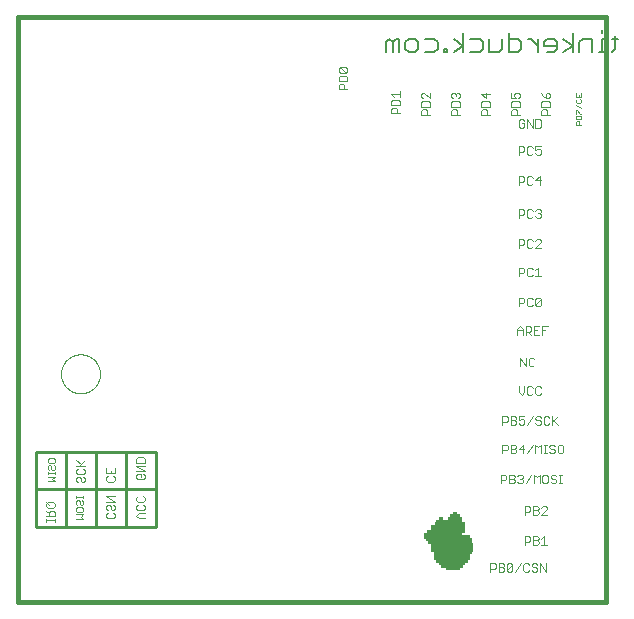
<source format=gbo>
G75*
%MOIN*%
%OFA0B0*%
%FSLAX25Y25*%
%IPPOS*%
%LPD*%
%AMOC8*
5,1,8,0,0,1.08239X$1,22.5*
%
%ADD10C,0.01600*%
%ADD11C,0.00600*%
%ADD12C,0.00200*%
%ADD13C,0.01000*%
%ADD14R,0.04800X0.00100*%
%ADD15R,0.07300X0.00100*%
%ADD16R,0.08900X0.00100*%
%ADD17R,0.10500X0.00100*%
%ADD18R,0.12100X0.00100*%
%ADD19R,0.12900X0.00100*%
%ADD20R,0.13700X0.00100*%
%ADD21R,0.14500X0.00100*%
%ADD22R,0.15300X0.00100*%
%ADD23R,0.11300X0.00100*%
%ADD24R,0.09700X0.00100*%
%ADD25R,0.01600X0.00100*%
%ADD26R,0.03200X0.00100*%
%ADD27C,0.00000*%
D10*
X0063516Y0008338D02*
X0259516Y0008338D01*
X0259516Y0203338D01*
X0063516Y0203338D01*
X0063516Y0008338D01*
D11*
X0186391Y0191638D02*
X0186391Y0194841D01*
X0187459Y0195909D01*
X0188526Y0194841D01*
X0188526Y0191638D01*
X0190662Y0191638D02*
X0190662Y0195909D01*
X0189594Y0195909D01*
X0188526Y0194841D01*
X0192837Y0194841D02*
X0192837Y0192706D01*
X0193904Y0191638D01*
X0196040Y0191638D01*
X0197107Y0192706D01*
X0197107Y0194841D01*
X0196040Y0195909D01*
X0193904Y0195909D01*
X0192837Y0194841D01*
X0199282Y0195909D02*
X0202485Y0195909D01*
X0203553Y0194841D01*
X0203553Y0192706D01*
X0202485Y0191638D01*
X0199282Y0191638D01*
X0205708Y0191638D02*
X0206775Y0191638D01*
X0206775Y0192706D01*
X0205708Y0192706D01*
X0205708Y0191638D01*
X0208944Y0191638D02*
X0212147Y0193773D01*
X0208944Y0195909D01*
X0212147Y0198044D02*
X0212147Y0191638D01*
X0214322Y0191638D02*
X0217525Y0191638D01*
X0218592Y0192706D01*
X0218592Y0194841D01*
X0217525Y0195909D01*
X0214322Y0195909D01*
X0220767Y0195909D02*
X0220767Y0191638D01*
X0223970Y0191638D01*
X0225038Y0192706D01*
X0225038Y0195909D01*
X0227213Y0195909D02*
X0230416Y0195909D01*
X0231483Y0194841D01*
X0231483Y0192706D01*
X0230416Y0191638D01*
X0227213Y0191638D01*
X0227213Y0198044D01*
X0233652Y0195909D02*
X0234719Y0195909D01*
X0236854Y0193773D01*
X0236854Y0191638D02*
X0236854Y0195909D01*
X0239030Y0194841D02*
X0239030Y0193773D01*
X0243300Y0193773D01*
X0243300Y0192706D02*
X0243300Y0194841D01*
X0242232Y0195909D01*
X0240097Y0195909D01*
X0239030Y0194841D01*
X0240097Y0191638D02*
X0242232Y0191638D01*
X0243300Y0192706D01*
X0245468Y0191638D02*
X0248671Y0193773D01*
X0245468Y0195909D01*
X0248671Y0198044D02*
X0248671Y0191638D01*
X0250846Y0191638D02*
X0250846Y0194841D01*
X0251914Y0195909D01*
X0255117Y0195909D01*
X0255117Y0191638D01*
X0257278Y0191638D02*
X0259414Y0191638D01*
X0258346Y0191638D02*
X0258346Y0195909D01*
X0259414Y0195909D01*
X0261575Y0195909D02*
X0263711Y0195909D01*
X0262643Y0196976D02*
X0262643Y0192706D01*
X0261575Y0191638D01*
X0258346Y0198044D02*
X0258346Y0199111D01*
D12*
X0251416Y0177798D02*
X0251416Y0176597D01*
X0249614Y0176597D01*
X0249614Y0177798D01*
X0250515Y0177197D02*
X0250515Y0176597D01*
X0249915Y0175956D02*
X0249614Y0175656D01*
X0249614Y0175055D01*
X0249915Y0174755D01*
X0251116Y0174755D01*
X0251416Y0175055D01*
X0251416Y0175656D01*
X0251116Y0175956D01*
X0249614Y0174115D02*
X0251416Y0172913D01*
X0249915Y0172273D02*
X0251116Y0171072D01*
X0251416Y0171072D01*
X0251116Y0170431D02*
X0251416Y0170131D01*
X0251416Y0169230D01*
X0249614Y0169230D01*
X0249614Y0170131D01*
X0249915Y0170431D01*
X0251116Y0170431D01*
X0249614Y0171072D02*
X0249614Y0172273D01*
X0249915Y0172273D01*
X0249915Y0168590D02*
X0250515Y0168590D01*
X0250815Y0168290D01*
X0250815Y0167389D01*
X0251416Y0167389D02*
X0249614Y0167389D01*
X0249614Y0168290D01*
X0249915Y0168590D01*
X0240916Y0170651D02*
X0238114Y0170651D01*
X0238114Y0172052D01*
X0238581Y0172519D01*
X0239515Y0172519D01*
X0239982Y0172052D01*
X0239982Y0170651D01*
X0238009Y0168774D02*
X0237542Y0169241D01*
X0236141Y0169241D01*
X0236141Y0166438D01*
X0237542Y0166438D01*
X0238009Y0166905D01*
X0238009Y0168774D01*
X0235247Y0169241D02*
X0235247Y0166438D01*
X0233378Y0169241D01*
X0233378Y0166438D01*
X0232484Y0166905D02*
X0232484Y0167839D01*
X0231550Y0167839D01*
X0230616Y0166905D02*
X0231083Y0166438D01*
X0232017Y0166438D01*
X0232484Y0166905D01*
X0230616Y0166905D02*
X0230616Y0168774D01*
X0231083Y0169241D01*
X0232017Y0169241D01*
X0232484Y0168774D01*
X0230916Y0170651D02*
X0228114Y0170651D01*
X0228114Y0172052D01*
X0228581Y0172519D01*
X0229515Y0172519D01*
X0229982Y0172052D01*
X0229982Y0170651D01*
X0230916Y0173413D02*
X0228114Y0173413D01*
X0228114Y0174815D01*
X0228581Y0175282D01*
X0230449Y0175282D01*
X0230916Y0174815D01*
X0230916Y0173413D01*
X0230449Y0176176D02*
X0230916Y0176643D01*
X0230916Y0177577D01*
X0230449Y0178044D01*
X0229515Y0178044D01*
X0229048Y0177577D01*
X0229048Y0177110D01*
X0229515Y0176176D01*
X0228114Y0176176D01*
X0228114Y0178044D01*
X0220916Y0177577D02*
X0218114Y0177577D01*
X0219515Y0176176D01*
X0219515Y0178044D01*
X0220449Y0175282D02*
X0218581Y0175282D01*
X0218114Y0174815D01*
X0218114Y0173413D01*
X0220916Y0173413D01*
X0220916Y0174815D01*
X0220449Y0175282D01*
X0219515Y0172519D02*
X0218581Y0172519D01*
X0218114Y0172052D01*
X0218114Y0170651D01*
X0220916Y0170651D01*
X0219982Y0170651D02*
X0219982Y0172052D01*
X0219515Y0172519D01*
X0210916Y0173413D02*
X0210916Y0174815D01*
X0210449Y0175282D01*
X0208581Y0175282D01*
X0208114Y0174815D01*
X0208114Y0173413D01*
X0210916Y0173413D01*
X0209982Y0172052D02*
X0209515Y0172519D01*
X0208581Y0172519D01*
X0208114Y0172052D01*
X0208114Y0170651D01*
X0210916Y0170651D01*
X0209982Y0170651D02*
X0209982Y0172052D01*
X0210449Y0176176D02*
X0210916Y0176643D01*
X0210916Y0177577D01*
X0210449Y0178044D01*
X0209982Y0178044D01*
X0209515Y0177577D01*
X0209515Y0177110D01*
X0209515Y0177577D02*
X0209048Y0178044D01*
X0208581Y0178044D01*
X0208114Y0177577D01*
X0208114Y0176643D01*
X0208581Y0176176D01*
X0200916Y0176176D02*
X0199048Y0178044D01*
X0198581Y0178044D01*
X0198114Y0177577D01*
X0198114Y0176643D01*
X0198581Y0176176D01*
X0198581Y0175282D02*
X0198114Y0174815D01*
X0198114Y0173413D01*
X0200916Y0173413D01*
X0200916Y0174815D01*
X0200449Y0175282D01*
X0198581Y0175282D01*
X0200916Y0176176D02*
X0200916Y0178044D01*
X0199515Y0172519D02*
X0199982Y0172052D01*
X0199982Y0170651D01*
X0200916Y0170651D02*
X0198114Y0170651D01*
X0198114Y0172052D01*
X0198581Y0172519D01*
X0199515Y0172519D01*
X0190916Y0171151D02*
X0188114Y0171151D01*
X0188114Y0172552D01*
X0188581Y0173019D01*
X0189515Y0173019D01*
X0189982Y0172552D01*
X0189982Y0171151D01*
X0190916Y0173913D02*
X0188114Y0173913D01*
X0188114Y0175315D01*
X0188581Y0175782D01*
X0190449Y0175782D01*
X0190916Y0175315D01*
X0190916Y0173913D01*
X0190916Y0176676D02*
X0190916Y0178544D01*
X0190916Y0177610D02*
X0188114Y0177610D01*
X0189048Y0176676D01*
X0173416Y0179151D02*
X0170614Y0179151D01*
X0170614Y0180552D01*
X0171081Y0181019D01*
X0172015Y0181019D01*
X0172482Y0180552D01*
X0172482Y0179151D01*
X0173416Y0181913D02*
X0170614Y0181913D01*
X0170614Y0183315D01*
X0171081Y0183782D01*
X0172949Y0183782D01*
X0173416Y0183315D01*
X0173416Y0181913D01*
X0172949Y0184676D02*
X0171081Y0186544D01*
X0172949Y0186544D01*
X0173416Y0186077D01*
X0173416Y0185143D01*
X0172949Y0184676D01*
X0171081Y0184676D01*
X0170614Y0185143D01*
X0170614Y0186077D01*
X0171081Y0186544D01*
X0230616Y0160241D02*
X0230616Y0157438D01*
X0230616Y0158372D02*
X0232017Y0158372D01*
X0232484Y0158839D01*
X0232484Y0159774D01*
X0232017Y0160241D01*
X0230616Y0160241D01*
X0233378Y0159774D02*
X0233378Y0157905D01*
X0233845Y0157438D01*
X0234780Y0157438D01*
X0235247Y0157905D01*
X0236141Y0157905D02*
X0236608Y0157438D01*
X0237542Y0157438D01*
X0238009Y0157905D01*
X0238009Y0158839D01*
X0237542Y0159306D01*
X0237075Y0159306D01*
X0236141Y0158839D01*
X0236141Y0160241D01*
X0238009Y0160241D01*
X0235247Y0159774D02*
X0234780Y0160241D01*
X0233845Y0160241D01*
X0233378Y0159774D01*
X0233845Y0150241D02*
X0233378Y0149774D01*
X0233378Y0147905D01*
X0233845Y0147438D01*
X0234780Y0147438D01*
X0235247Y0147905D01*
X0236141Y0148839D02*
X0237542Y0150241D01*
X0237542Y0147438D01*
X0238009Y0148839D02*
X0236141Y0148839D01*
X0235247Y0149774D02*
X0234780Y0150241D01*
X0233845Y0150241D01*
X0232484Y0149774D02*
X0232484Y0148839D01*
X0232017Y0148372D01*
X0230616Y0148372D01*
X0230616Y0147438D02*
X0230616Y0150241D01*
X0232017Y0150241D01*
X0232484Y0149774D01*
X0232017Y0139241D02*
X0232484Y0138774D01*
X0232484Y0137839D01*
X0232017Y0137372D01*
X0230616Y0137372D01*
X0230616Y0136438D02*
X0230616Y0139241D01*
X0232017Y0139241D01*
X0233378Y0138774D02*
X0233378Y0136905D01*
X0233845Y0136438D01*
X0234780Y0136438D01*
X0235247Y0136905D01*
X0236141Y0136905D02*
X0236608Y0136438D01*
X0237542Y0136438D01*
X0238009Y0136905D01*
X0238009Y0137372D01*
X0237542Y0137839D01*
X0237075Y0137839D01*
X0237542Y0137839D02*
X0238009Y0138306D01*
X0238009Y0138774D01*
X0237542Y0139241D01*
X0236608Y0139241D01*
X0236141Y0138774D01*
X0235247Y0138774D02*
X0234780Y0139241D01*
X0233845Y0139241D01*
X0233378Y0138774D01*
X0233845Y0129241D02*
X0233378Y0128774D01*
X0233378Y0126905D01*
X0233845Y0126438D01*
X0234780Y0126438D01*
X0235247Y0126905D01*
X0236141Y0126438D02*
X0238009Y0128306D01*
X0238009Y0128774D01*
X0237542Y0129241D01*
X0236608Y0129241D01*
X0236141Y0128774D01*
X0235247Y0128774D02*
X0234780Y0129241D01*
X0233845Y0129241D01*
X0232484Y0128774D02*
X0232484Y0127839D01*
X0232017Y0127372D01*
X0230616Y0127372D01*
X0230616Y0126438D02*
X0230616Y0129241D01*
X0232017Y0129241D01*
X0232484Y0128774D01*
X0236141Y0126438D02*
X0238009Y0126438D01*
X0237075Y0119741D02*
X0237075Y0116938D01*
X0236141Y0116938D02*
X0238009Y0116938D01*
X0236141Y0118806D02*
X0237075Y0119741D01*
X0235247Y0119274D02*
X0234780Y0119741D01*
X0233845Y0119741D01*
X0233378Y0119274D01*
X0233378Y0117405D01*
X0233845Y0116938D01*
X0234780Y0116938D01*
X0235247Y0117405D01*
X0232484Y0118339D02*
X0232484Y0119274D01*
X0232017Y0119741D01*
X0230616Y0119741D01*
X0230616Y0116938D01*
X0230616Y0117872D02*
X0232017Y0117872D01*
X0232484Y0118339D01*
X0232017Y0109741D02*
X0232484Y0109274D01*
X0232484Y0108339D01*
X0232017Y0107872D01*
X0230616Y0107872D01*
X0230616Y0106938D02*
X0230616Y0109741D01*
X0232017Y0109741D01*
X0233378Y0109274D02*
X0233378Y0107405D01*
X0233845Y0106938D01*
X0234780Y0106938D01*
X0235247Y0107405D01*
X0236141Y0107405D02*
X0236141Y0109274D01*
X0236608Y0109741D01*
X0237542Y0109741D01*
X0238009Y0109274D01*
X0236141Y0107405D01*
X0236608Y0106938D01*
X0237542Y0106938D01*
X0238009Y0107405D01*
X0238009Y0109274D01*
X0235247Y0109274D02*
X0234780Y0109741D01*
X0233845Y0109741D01*
X0233378Y0109274D01*
X0232878Y0100241D02*
X0234280Y0100241D01*
X0234747Y0099774D01*
X0234747Y0098839D01*
X0234280Y0098372D01*
X0232878Y0098372D01*
X0232878Y0097438D02*
X0232878Y0100241D01*
X0231984Y0099306D02*
X0231984Y0097438D01*
X0231984Y0098839D02*
X0230116Y0098839D01*
X0230116Y0099306D02*
X0231050Y0100241D01*
X0231984Y0099306D01*
X0230116Y0099306D02*
X0230116Y0097438D01*
X0233812Y0098372D02*
X0234747Y0097438D01*
X0235641Y0097438D02*
X0235641Y0100241D01*
X0237509Y0100241D01*
X0238403Y0100241D02*
X0238403Y0097438D01*
X0237509Y0097438D02*
X0235641Y0097438D01*
X0235641Y0098839D02*
X0236575Y0098839D01*
X0238403Y0098839D02*
X0239337Y0098839D01*
X0238403Y0100241D02*
X0240271Y0100241D01*
X0235280Y0089741D02*
X0234345Y0089741D01*
X0233878Y0089274D01*
X0233878Y0087405D01*
X0234345Y0086938D01*
X0235280Y0086938D01*
X0235747Y0087405D01*
X0235747Y0089274D02*
X0235280Y0089741D01*
X0232984Y0089741D02*
X0232984Y0086938D01*
X0231116Y0089741D01*
X0231116Y0086938D01*
X0230616Y0080241D02*
X0230616Y0078372D01*
X0231550Y0077438D01*
X0232484Y0078372D01*
X0232484Y0080241D01*
X0233378Y0079774D02*
X0233378Y0077905D01*
X0233845Y0077438D01*
X0234780Y0077438D01*
X0235247Y0077905D01*
X0236141Y0077905D02*
X0236141Y0079774D01*
X0236608Y0080241D01*
X0237542Y0080241D01*
X0238009Y0079774D01*
X0238009Y0077905D02*
X0237542Y0077438D01*
X0236608Y0077438D01*
X0236141Y0077905D01*
X0235247Y0079774D02*
X0234780Y0080241D01*
X0233845Y0080241D01*
X0233378Y0079774D01*
X0232509Y0070241D02*
X0230641Y0070241D01*
X0230641Y0068839D01*
X0231575Y0069306D01*
X0232042Y0069306D01*
X0232509Y0068839D01*
X0232509Y0067905D01*
X0232042Y0067438D01*
X0231108Y0067438D01*
X0230641Y0067905D01*
X0229747Y0067905D02*
X0229280Y0067438D01*
X0227878Y0067438D01*
X0227878Y0070241D01*
X0229280Y0070241D01*
X0229747Y0069774D01*
X0229747Y0069306D01*
X0229280Y0068839D01*
X0227878Y0068839D01*
X0226984Y0068839D02*
X0226984Y0069774D01*
X0226517Y0070241D01*
X0225116Y0070241D01*
X0225116Y0067438D01*
X0225116Y0068372D02*
X0226517Y0068372D01*
X0226984Y0068839D01*
X0229280Y0068839D02*
X0229747Y0068372D01*
X0229747Y0067905D01*
X0233403Y0067438D02*
X0235271Y0070241D01*
X0236165Y0069774D02*
X0236165Y0069306D01*
X0236632Y0068839D01*
X0237567Y0068839D01*
X0238034Y0068372D01*
X0238034Y0067905D01*
X0237567Y0067438D01*
X0236632Y0067438D01*
X0236165Y0067905D01*
X0236165Y0069774D02*
X0236632Y0070241D01*
X0237567Y0070241D01*
X0238034Y0069774D01*
X0238928Y0069774D02*
X0238928Y0067905D01*
X0239395Y0067438D01*
X0240329Y0067438D01*
X0240796Y0067905D01*
X0241690Y0067438D02*
X0241690Y0070241D01*
X0240796Y0069774D02*
X0240329Y0070241D01*
X0239395Y0070241D01*
X0238928Y0069774D01*
X0241690Y0068372D02*
X0243558Y0070241D01*
X0242157Y0068839D02*
X0243558Y0067438D01*
X0243999Y0060741D02*
X0243532Y0060274D01*
X0243532Y0058405D01*
X0243999Y0057938D01*
X0244933Y0057938D01*
X0245400Y0058405D01*
X0245400Y0060274D01*
X0244933Y0060741D01*
X0243999Y0060741D01*
X0242638Y0060274D02*
X0242170Y0060741D01*
X0241236Y0060741D01*
X0240769Y0060274D01*
X0240769Y0059806D01*
X0241236Y0059339D01*
X0242170Y0059339D01*
X0242638Y0058872D01*
X0242638Y0058405D01*
X0242170Y0057938D01*
X0241236Y0057938D01*
X0240769Y0058405D01*
X0239862Y0057938D02*
X0238928Y0057938D01*
X0239395Y0057938D02*
X0239395Y0060741D01*
X0238928Y0060741D02*
X0239862Y0060741D01*
X0238034Y0060741D02*
X0238034Y0057938D01*
X0236165Y0057938D02*
X0236165Y0060741D01*
X0237099Y0059806D01*
X0238034Y0060741D01*
X0235271Y0060741D02*
X0233403Y0057938D01*
X0232042Y0057938D02*
X0232042Y0060741D01*
X0230641Y0059339D01*
X0232509Y0059339D01*
X0229747Y0058872D02*
X0229747Y0058405D01*
X0229280Y0057938D01*
X0227878Y0057938D01*
X0227878Y0060741D01*
X0229280Y0060741D01*
X0229747Y0060274D01*
X0229747Y0059806D01*
X0229280Y0059339D01*
X0227878Y0059339D01*
X0226984Y0059339D02*
X0226984Y0060274D01*
X0226517Y0060741D01*
X0225116Y0060741D01*
X0225116Y0057938D01*
X0225116Y0058872D02*
X0226517Y0058872D01*
X0226984Y0059339D01*
X0229280Y0059339D02*
X0229747Y0058872D01*
X0230608Y0050741D02*
X0231542Y0050741D01*
X0232009Y0050274D01*
X0232009Y0049806D01*
X0231542Y0049339D01*
X0232009Y0048872D01*
X0232009Y0048405D01*
X0231542Y0047938D01*
X0230608Y0047938D01*
X0230141Y0048405D01*
X0229247Y0048405D02*
X0228780Y0047938D01*
X0227378Y0047938D01*
X0227378Y0050741D01*
X0228780Y0050741D01*
X0229247Y0050274D01*
X0229247Y0049806D01*
X0228780Y0049339D01*
X0227378Y0049339D01*
X0226484Y0049339D02*
X0226017Y0048872D01*
X0224616Y0048872D01*
X0224616Y0047938D02*
X0224616Y0050741D01*
X0226017Y0050741D01*
X0226484Y0050274D01*
X0226484Y0049339D01*
X0228780Y0049339D02*
X0229247Y0048872D01*
X0229247Y0048405D01*
X0231075Y0049339D02*
X0231542Y0049339D01*
X0230141Y0050274D02*
X0230608Y0050741D01*
X0232903Y0047938D02*
X0234771Y0050741D01*
X0235665Y0050741D02*
X0235665Y0047938D01*
X0237534Y0047938D02*
X0237534Y0050741D01*
X0236599Y0049806D01*
X0235665Y0050741D01*
X0238428Y0050274D02*
X0238428Y0048405D01*
X0238895Y0047938D01*
X0239829Y0047938D01*
X0240296Y0048405D01*
X0240296Y0050274D01*
X0239829Y0050741D01*
X0238895Y0050741D01*
X0238428Y0050274D01*
X0241190Y0050274D02*
X0241190Y0049806D01*
X0241657Y0049339D01*
X0242591Y0049339D01*
X0243058Y0048872D01*
X0243058Y0048405D01*
X0242591Y0047938D01*
X0241657Y0047938D01*
X0241190Y0048405D01*
X0241190Y0050274D02*
X0241657Y0050741D01*
X0242591Y0050741D01*
X0243058Y0050274D01*
X0243952Y0050741D02*
X0244887Y0050741D01*
X0244419Y0050741D02*
X0244419Y0047938D01*
X0243952Y0047938D02*
X0244887Y0047938D01*
X0239542Y0040241D02*
X0238608Y0040241D01*
X0238141Y0039774D01*
X0237247Y0039774D02*
X0237247Y0039306D01*
X0236780Y0038839D01*
X0235378Y0038839D01*
X0234484Y0038839D02*
X0234484Y0039774D01*
X0234017Y0040241D01*
X0232616Y0040241D01*
X0232616Y0037438D01*
X0232616Y0038372D02*
X0234017Y0038372D01*
X0234484Y0038839D01*
X0235378Y0037438D02*
X0235378Y0040241D01*
X0236780Y0040241D01*
X0237247Y0039774D01*
X0236780Y0038839D02*
X0237247Y0038372D01*
X0237247Y0037905D01*
X0236780Y0037438D01*
X0235378Y0037438D01*
X0238141Y0037438D02*
X0240009Y0039306D01*
X0240009Y0039774D01*
X0239542Y0040241D01*
X0240009Y0037438D02*
X0238141Y0037438D01*
X0239075Y0030241D02*
X0239075Y0027438D01*
X0238141Y0027438D02*
X0240009Y0027438D01*
X0238141Y0029306D02*
X0239075Y0030241D01*
X0237247Y0029774D02*
X0237247Y0029306D01*
X0236780Y0028839D01*
X0235378Y0028839D01*
X0234484Y0028839D02*
X0234017Y0028372D01*
X0232616Y0028372D01*
X0232616Y0027438D02*
X0232616Y0030241D01*
X0234017Y0030241D01*
X0234484Y0029774D01*
X0234484Y0028839D01*
X0235378Y0027438D02*
X0236780Y0027438D01*
X0237247Y0027905D01*
X0237247Y0028372D01*
X0236780Y0028839D01*
X0237247Y0029774D02*
X0236780Y0030241D01*
X0235378Y0030241D01*
X0235378Y0027438D01*
X0235395Y0021241D02*
X0234928Y0020774D01*
X0234928Y0020306D01*
X0235395Y0019839D01*
X0236329Y0019839D01*
X0236796Y0019372D01*
X0236796Y0018905D01*
X0236329Y0018438D01*
X0235395Y0018438D01*
X0234928Y0018905D01*
X0234034Y0018905D02*
X0233567Y0018438D01*
X0232632Y0018438D01*
X0232165Y0018905D01*
X0232165Y0020774D01*
X0232632Y0021241D01*
X0233567Y0021241D01*
X0234034Y0020774D01*
X0235395Y0021241D02*
X0236329Y0021241D01*
X0236796Y0020774D01*
X0237690Y0021241D02*
X0239558Y0018438D01*
X0239558Y0021241D01*
X0237690Y0021241D02*
X0237690Y0018438D01*
X0231271Y0021241D02*
X0229403Y0018438D01*
X0228509Y0018905D02*
X0228042Y0018438D01*
X0227108Y0018438D01*
X0226641Y0018905D01*
X0228509Y0020774D01*
X0228509Y0018905D01*
X0226641Y0018905D02*
X0226641Y0020774D01*
X0227108Y0021241D01*
X0228042Y0021241D01*
X0228509Y0020774D01*
X0225747Y0020774D02*
X0225747Y0020306D01*
X0225280Y0019839D01*
X0223878Y0019839D01*
X0222984Y0019839D02*
X0222517Y0019372D01*
X0221116Y0019372D01*
X0221116Y0018438D02*
X0221116Y0021241D01*
X0222517Y0021241D01*
X0222984Y0020774D01*
X0222984Y0019839D01*
X0223878Y0018438D02*
X0225280Y0018438D01*
X0225747Y0018905D01*
X0225747Y0019372D01*
X0225280Y0019839D01*
X0225747Y0020774D02*
X0225280Y0021241D01*
X0223878Y0021241D01*
X0223878Y0018438D01*
X0105918Y0036151D02*
X0104050Y0036151D01*
X0103116Y0037085D01*
X0104050Y0038019D01*
X0105918Y0038019D01*
X0105451Y0038913D02*
X0103583Y0038913D01*
X0103116Y0039381D01*
X0103116Y0040315D01*
X0103583Y0040782D01*
X0103583Y0041676D02*
X0103116Y0042143D01*
X0103116Y0043077D01*
X0103583Y0043544D01*
X0103583Y0041676D02*
X0105451Y0041676D01*
X0105918Y0042143D01*
X0105918Y0043077D01*
X0105451Y0043544D01*
X0105451Y0040782D02*
X0105918Y0040315D01*
X0105918Y0039381D01*
X0105451Y0038913D01*
X0095918Y0039381D02*
X0095451Y0038913D01*
X0094984Y0038913D01*
X0094517Y0039381D01*
X0094517Y0040315D01*
X0094050Y0040782D01*
X0093583Y0040782D01*
X0093116Y0040315D01*
X0093116Y0039381D01*
X0093583Y0038913D01*
X0093583Y0038019D02*
X0093116Y0037552D01*
X0093116Y0036618D01*
X0093583Y0036151D01*
X0095451Y0036151D01*
X0095918Y0036618D01*
X0095918Y0037552D01*
X0095451Y0038019D01*
X0095918Y0039381D02*
X0095918Y0040315D01*
X0095451Y0040782D01*
X0095918Y0041676D02*
X0093116Y0041676D01*
X0093116Y0043544D02*
X0095918Y0043544D01*
X0095918Y0041676D02*
X0093116Y0043544D01*
X0093583Y0048413D02*
X0093116Y0048881D01*
X0093116Y0049815D01*
X0093583Y0050282D01*
X0093116Y0051176D02*
X0095918Y0051176D01*
X0095918Y0053044D01*
X0094517Y0052110D02*
X0094517Y0051176D01*
X0095451Y0050282D02*
X0095918Y0049815D01*
X0095918Y0048881D01*
X0095451Y0048413D01*
X0093583Y0048413D01*
X0093116Y0051176D02*
X0093116Y0053044D01*
X0085918Y0053676D02*
X0083116Y0053676D01*
X0084050Y0053676D02*
X0085918Y0055544D01*
X0084517Y0054143D02*
X0083116Y0055544D01*
X0083583Y0052782D02*
X0083116Y0052315D01*
X0083116Y0051381D01*
X0083583Y0050913D01*
X0085451Y0050913D01*
X0085918Y0051381D01*
X0085918Y0052315D01*
X0085451Y0052782D01*
X0085451Y0050019D02*
X0085918Y0049552D01*
X0085918Y0048618D01*
X0085451Y0048151D01*
X0084984Y0048151D01*
X0084517Y0048618D01*
X0084517Y0049552D01*
X0084050Y0050019D01*
X0083583Y0050019D01*
X0083116Y0049552D01*
X0083116Y0048618D01*
X0083583Y0048151D01*
X0083116Y0043671D02*
X0083116Y0042904D01*
X0083116Y0043287D02*
X0085418Y0043287D01*
X0085418Y0042904D02*
X0085418Y0043671D01*
X0085034Y0042136D02*
X0085418Y0041753D01*
X0085418Y0040985D01*
X0085034Y0040602D01*
X0084651Y0040602D01*
X0084267Y0040985D01*
X0084267Y0041753D01*
X0083883Y0042136D01*
X0083500Y0042136D01*
X0083116Y0041753D01*
X0083116Y0040985D01*
X0083500Y0040602D01*
X0083500Y0039834D02*
X0085034Y0039834D01*
X0085418Y0039451D01*
X0085418Y0038683D01*
X0085034Y0038300D01*
X0083500Y0038300D01*
X0083116Y0038683D01*
X0083116Y0039451D01*
X0083500Y0039834D01*
X0083116Y0037532D02*
X0085418Y0037532D01*
X0084651Y0036765D01*
X0085418Y0035998D01*
X0083116Y0035998D01*
X0075918Y0036006D02*
X0075918Y0035072D01*
X0075918Y0035539D02*
X0073116Y0035539D01*
X0073116Y0035072D02*
X0073116Y0036006D01*
X0073116Y0036913D02*
X0075918Y0036913D01*
X0075918Y0038315D01*
X0075451Y0038782D01*
X0074517Y0038782D01*
X0074050Y0038315D01*
X0074050Y0036913D01*
X0074050Y0037848D02*
X0073116Y0038782D01*
X0073583Y0039676D02*
X0073116Y0040143D01*
X0073116Y0041077D01*
X0073583Y0041544D01*
X0075451Y0041544D01*
X0075918Y0041077D01*
X0075918Y0040143D01*
X0075451Y0039676D01*
X0073583Y0039676D01*
X0074050Y0040610D02*
X0073116Y0041544D01*
X0073616Y0048498D02*
X0075918Y0048498D01*
X0075151Y0049265D01*
X0075918Y0050032D01*
X0073616Y0050032D01*
X0073616Y0050800D02*
X0073616Y0051567D01*
X0073616Y0051183D02*
X0075918Y0051183D01*
X0075918Y0050800D02*
X0075918Y0051567D01*
X0075534Y0052334D02*
X0075151Y0052334D01*
X0074767Y0052718D01*
X0074767Y0053485D01*
X0074383Y0053869D01*
X0074000Y0053869D01*
X0073616Y0053485D01*
X0073616Y0052718D01*
X0074000Y0052334D01*
X0075534Y0052334D02*
X0075918Y0052718D01*
X0075918Y0053485D01*
X0075534Y0053869D01*
X0075534Y0054636D02*
X0074000Y0054636D01*
X0073616Y0055020D01*
X0073616Y0055787D01*
X0074000Y0056171D01*
X0075534Y0056171D01*
X0075918Y0055787D01*
X0075918Y0055020D01*
X0075534Y0054636D01*
X0103116Y0054676D02*
X0103116Y0056077D01*
X0103583Y0056544D01*
X0105451Y0056544D01*
X0105918Y0056077D01*
X0105918Y0054676D01*
X0103116Y0054676D01*
X0103116Y0053782D02*
X0105918Y0053782D01*
X0105918Y0051913D02*
X0103116Y0051913D01*
X0103583Y0051019D02*
X0104517Y0051019D01*
X0104517Y0050085D01*
X0103583Y0049151D02*
X0103116Y0049618D01*
X0103116Y0050552D01*
X0103583Y0051019D01*
X0103583Y0049151D02*
X0105451Y0049151D01*
X0105918Y0049618D01*
X0105918Y0050552D01*
X0105451Y0051019D01*
X0105918Y0051913D02*
X0103116Y0053782D01*
X0238114Y0173413D02*
X0238114Y0174815D01*
X0238581Y0175282D01*
X0240449Y0175282D01*
X0240916Y0174815D01*
X0240916Y0173413D01*
X0238114Y0173413D01*
X0239515Y0176176D02*
X0239515Y0177577D01*
X0239982Y0178044D01*
X0240449Y0178044D01*
X0240916Y0177577D01*
X0240916Y0176643D01*
X0240449Y0176176D01*
X0239515Y0176176D01*
X0238581Y0177110D01*
X0238114Y0178044D01*
D13*
X0109516Y0058338D02*
X0099516Y0058338D01*
X0099516Y0033338D01*
X0109516Y0033338D01*
X0109516Y0045838D01*
X0069516Y0045838D01*
X0069516Y0033338D01*
X0079516Y0033338D01*
X0079516Y0058338D01*
X0069516Y0058338D01*
X0069516Y0045838D01*
X0079516Y0033338D02*
X0089516Y0033338D01*
X0089516Y0058338D01*
X0079516Y0058338D01*
X0089516Y0058338D02*
X0099516Y0058338D01*
X0109516Y0058338D02*
X0109516Y0045838D01*
X0099516Y0033338D02*
X0089516Y0033338D01*
D14*
X0208666Y0019638D03*
X0208666Y0019538D03*
X0208666Y0019438D03*
X0208666Y0019338D03*
X0208666Y0019238D03*
X0208666Y0019138D03*
X0208666Y0019038D03*
X0208666Y0018938D03*
X0208666Y0018838D03*
X0209466Y0035538D03*
X0209466Y0035638D03*
X0209466Y0035738D03*
X0209466Y0035838D03*
X0209466Y0035938D03*
X0209466Y0036038D03*
X0209466Y0036138D03*
X0209466Y0036238D03*
X0209466Y0036338D03*
D15*
X0208216Y0020438D03*
X0208216Y0020338D03*
X0208216Y0020238D03*
X0208216Y0020138D03*
X0208216Y0020038D03*
X0208216Y0019938D03*
X0208216Y0019838D03*
X0208216Y0019738D03*
D16*
X0208216Y0020538D03*
X0208216Y0020638D03*
X0208216Y0020738D03*
X0208216Y0020838D03*
X0208216Y0020938D03*
X0208216Y0021038D03*
X0208216Y0021138D03*
X0208216Y0021238D03*
X0208216Y0021338D03*
X0207416Y0034638D03*
X0207416Y0034738D03*
X0207416Y0034838D03*
X0207416Y0034938D03*
X0207416Y0035038D03*
X0207416Y0035138D03*
X0207416Y0035238D03*
X0207416Y0035338D03*
X0207416Y0035438D03*
D17*
X0208216Y0022238D03*
X0208216Y0022138D03*
X0208216Y0022038D03*
X0208216Y0021938D03*
X0208216Y0021838D03*
X0208216Y0021738D03*
X0208216Y0021638D03*
X0208216Y0021538D03*
X0208216Y0021438D03*
D18*
X0208216Y0022338D03*
X0208216Y0022438D03*
X0208216Y0022538D03*
X0208216Y0022638D03*
X0208216Y0022738D03*
X0208216Y0022838D03*
X0208216Y0022938D03*
X0208216Y0023038D03*
X0208216Y0023138D03*
X0208216Y0023238D03*
X0208216Y0023338D03*
X0208216Y0023438D03*
X0208216Y0023538D03*
X0208216Y0023638D03*
X0208216Y0023738D03*
X0208216Y0023838D03*
X0208216Y0023938D03*
X0208216Y0024038D03*
D19*
X0208616Y0024138D03*
X0208616Y0024238D03*
X0208616Y0024338D03*
X0208616Y0024438D03*
X0208616Y0024538D03*
X0208616Y0024638D03*
X0208616Y0024738D03*
X0208616Y0024838D03*
X0205416Y0030238D03*
X0205416Y0030338D03*
X0205416Y0030438D03*
X0205416Y0030538D03*
X0205416Y0030638D03*
X0205416Y0030738D03*
X0205416Y0030838D03*
X0205416Y0030938D03*
X0205416Y0031038D03*
X0206216Y0031138D03*
X0206216Y0031238D03*
X0206216Y0031338D03*
X0206216Y0031438D03*
X0206216Y0031538D03*
X0206216Y0031638D03*
X0206216Y0031738D03*
X0206216Y0031838D03*
X0206216Y0031938D03*
D20*
X0208216Y0027538D03*
X0208216Y0027438D03*
X0208216Y0027338D03*
X0208216Y0027238D03*
X0208216Y0027138D03*
X0208216Y0027038D03*
X0208216Y0026938D03*
X0208216Y0026838D03*
X0208216Y0026738D03*
X0208216Y0026638D03*
X0208216Y0026538D03*
X0208216Y0026438D03*
X0208216Y0026338D03*
X0208216Y0026238D03*
X0208216Y0026138D03*
X0208216Y0026038D03*
X0208216Y0025938D03*
X0208216Y0025838D03*
X0208216Y0025738D03*
X0208216Y0025638D03*
X0208216Y0025538D03*
X0208216Y0025438D03*
X0208216Y0025338D03*
X0208216Y0025238D03*
X0208216Y0025138D03*
X0208216Y0025038D03*
X0208216Y0024938D03*
D21*
X0207816Y0027638D03*
X0207816Y0027738D03*
X0207816Y0027838D03*
X0207816Y0027938D03*
X0207816Y0028038D03*
X0207816Y0028138D03*
X0207816Y0028238D03*
X0207816Y0028338D03*
X0207816Y0028438D03*
X0207016Y0029338D03*
D22*
X0207416Y0029238D03*
X0207416Y0029138D03*
X0207416Y0029038D03*
X0207416Y0028938D03*
X0207416Y0028838D03*
X0207416Y0028738D03*
X0207416Y0028638D03*
X0207416Y0028538D03*
X0206616Y0029438D03*
X0206616Y0029538D03*
X0206616Y0029638D03*
X0206616Y0029738D03*
X0206616Y0029838D03*
X0206616Y0029938D03*
X0206616Y0030038D03*
X0206616Y0030138D03*
D23*
X0207016Y0032038D03*
X0207016Y0032138D03*
X0207016Y0032238D03*
X0207016Y0032338D03*
X0207016Y0032438D03*
X0207016Y0032538D03*
X0207016Y0032638D03*
X0207016Y0032738D03*
X0207016Y0032838D03*
X0207016Y0032938D03*
X0207016Y0033038D03*
X0207016Y0033138D03*
X0207016Y0033238D03*
X0207016Y0033338D03*
X0207016Y0033438D03*
X0207016Y0033538D03*
X0207016Y0033638D03*
D24*
X0207816Y0033738D03*
X0207816Y0033838D03*
X0207816Y0033938D03*
X0207816Y0034038D03*
X0207816Y0034138D03*
X0207816Y0034238D03*
X0207816Y0034338D03*
X0207816Y0034438D03*
X0207816Y0034538D03*
D25*
X0204566Y0035538D03*
X0204566Y0035638D03*
X0204566Y0035738D03*
X0204566Y0035838D03*
X0204566Y0035938D03*
X0204566Y0036038D03*
X0204566Y0036138D03*
X0204566Y0036238D03*
X0204566Y0036338D03*
X0209466Y0037238D03*
X0209466Y0037338D03*
X0209466Y0037438D03*
X0209466Y0037538D03*
X0209466Y0037638D03*
X0209466Y0037738D03*
X0209466Y0037838D03*
X0209466Y0037938D03*
X0209466Y0038038D03*
D26*
X0209466Y0037138D03*
X0209466Y0037038D03*
X0209466Y0036938D03*
X0209466Y0036838D03*
X0209466Y0036738D03*
X0209466Y0036638D03*
X0209466Y0036538D03*
X0209466Y0036438D03*
D27*
X0078016Y0084338D02*
X0078018Y0084499D01*
X0078024Y0084659D01*
X0078034Y0084820D01*
X0078048Y0084980D01*
X0078066Y0085140D01*
X0078087Y0085299D01*
X0078113Y0085458D01*
X0078143Y0085616D01*
X0078176Y0085773D01*
X0078214Y0085930D01*
X0078255Y0086085D01*
X0078300Y0086239D01*
X0078349Y0086392D01*
X0078402Y0086544D01*
X0078458Y0086695D01*
X0078519Y0086844D01*
X0078582Y0086992D01*
X0078650Y0087138D01*
X0078721Y0087282D01*
X0078795Y0087424D01*
X0078873Y0087565D01*
X0078955Y0087703D01*
X0079040Y0087840D01*
X0079128Y0087974D01*
X0079220Y0088106D01*
X0079315Y0088236D01*
X0079413Y0088364D01*
X0079514Y0088489D01*
X0079618Y0088611D01*
X0079725Y0088731D01*
X0079835Y0088848D01*
X0079948Y0088963D01*
X0080064Y0089074D01*
X0080183Y0089183D01*
X0080304Y0089288D01*
X0080428Y0089391D01*
X0080554Y0089491D01*
X0080682Y0089587D01*
X0080813Y0089680D01*
X0080947Y0089770D01*
X0081082Y0089857D01*
X0081220Y0089940D01*
X0081359Y0090020D01*
X0081501Y0090096D01*
X0081644Y0090169D01*
X0081789Y0090238D01*
X0081936Y0090304D01*
X0082084Y0090366D01*
X0082234Y0090424D01*
X0082385Y0090479D01*
X0082538Y0090530D01*
X0082692Y0090577D01*
X0082847Y0090620D01*
X0083003Y0090659D01*
X0083159Y0090695D01*
X0083317Y0090726D01*
X0083475Y0090754D01*
X0083634Y0090778D01*
X0083794Y0090798D01*
X0083954Y0090814D01*
X0084114Y0090826D01*
X0084275Y0090834D01*
X0084436Y0090838D01*
X0084596Y0090838D01*
X0084757Y0090834D01*
X0084918Y0090826D01*
X0085078Y0090814D01*
X0085238Y0090798D01*
X0085398Y0090778D01*
X0085557Y0090754D01*
X0085715Y0090726D01*
X0085873Y0090695D01*
X0086029Y0090659D01*
X0086185Y0090620D01*
X0086340Y0090577D01*
X0086494Y0090530D01*
X0086647Y0090479D01*
X0086798Y0090424D01*
X0086948Y0090366D01*
X0087096Y0090304D01*
X0087243Y0090238D01*
X0087388Y0090169D01*
X0087531Y0090096D01*
X0087673Y0090020D01*
X0087812Y0089940D01*
X0087950Y0089857D01*
X0088085Y0089770D01*
X0088219Y0089680D01*
X0088350Y0089587D01*
X0088478Y0089491D01*
X0088604Y0089391D01*
X0088728Y0089288D01*
X0088849Y0089183D01*
X0088968Y0089074D01*
X0089084Y0088963D01*
X0089197Y0088848D01*
X0089307Y0088731D01*
X0089414Y0088611D01*
X0089518Y0088489D01*
X0089619Y0088364D01*
X0089717Y0088236D01*
X0089812Y0088106D01*
X0089904Y0087974D01*
X0089992Y0087840D01*
X0090077Y0087703D01*
X0090159Y0087565D01*
X0090237Y0087424D01*
X0090311Y0087282D01*
X0090382Y0087138D01*
X0090450Y0086992D01*
X0090513Y0086844D01*
X0090574Y0086695D01*
X0090630Y0086544D01*
X0090683Y0086392D01*
X0090732Y0086239D01*
X0090777Y0086085D01*
X0090818Y0085930D01*
X0090856Y0085773D01*
X0090889Y0085616D01*
X0090919Y0085458D01*
X0090945Y0085299D01*
X0090966Y0085140D01*
X0090984Y0084980D01*
X0090998Y0084820D01*
X0091008Y0084659D01*
X0091014Y0084499D01*
X0091016Y0084338D01*
X0091014Y0084177D01*
X0091008Y0084017D01*
X0090998Y0083856D01*
X0090984Y0083696D01*
X0090966Y0083536D01*
X0090945Y0083377D01*
X0090919Y0083218D01*
X0090889Y0083060D01*
X0090856Y0082903D01*
X0090818Y0082746D01*
X0090777Y0082591D01*
X0090732Y0082437D01*
X0090683Y0082284D01*
X0090630Y0082132D01*
X0090574Y0081981D01*
X0090513Y0081832D01*
X0090450Y0081684D01*
X0090382Y0081538D01*
X0090311Y0081394D01*
X0090237Y0081252D01*
X0090159Y0081111D01*
X0090077Y0080973D01*
X0089992Y0080836D01*
X0089904Y0080702D01*
X0089812Y0080570D01*
X0089717Y0080440D01*
X0089619Y0080312D01*
X0089518Y0080187D01*
X0089414Y0080065D01*
X0089307Y0079945D01*
X0089197Y0079828D01*
X0089084Y0079713D01*
X0088968Y0079602D01*
X0088849Y0079493D01*
X0088728Y0079388D01*
X0088604Y0079285D01*
X0088478Y0079185D01*
X0088350Y0079089D01*
X0088219Y0078996D01*
X0088085Y0078906D01*
X0087950Y0078819D01*
X0087812Y0078736D01*
X0087673Y0078656D01*
X0087531Y0078580D01*
X0087388Y0078507D01*
X0087243Y0078438D01*
X0087096Y0078372D01*
X0086948Y0078310D01*
X0086798Y0078252D01*
X0086647Y0078197D01*
X0086494Y0078146D01*
X0086340Y0078099D01*
X0086185Y0078056D01*
X0086029Y0078017D01*
X0085873Y0077981D01*
X0085715Y0077950D01*
X0085557Y0077922D01*
X0085398Y0077898D01*
X0085238Y0077878D01*
X0085078Y0077862D01*
X0084918Y0077850D01*
X0084757Y0077842D01*
X0084596Y0077838D01*
X0084436Y0077838D01*
X0084275Y0077842D01*
X0084114Y0077850D01*
X0083954Y0077862D01*
X0083794Y0077878D01*
X0083634Y0077898D01*
X0083475Y0077922D01*
X0083317Y0077950D01*
X0083159Y0077981D01*
X0083003Y0078017D01*
X0082847Y0078056D01*
X0082692Y0078099D01*
X0082538Y0078146D01*
X0082385Y0078197D01*
X0082234Y0078252D01*
X0082084Y0078310D01*
X0081936Y0078372D01*
X0081789Y0078438D01*
X0081644Y0078507D01*
X0081501Y0078580D01*
X0081359Y0078656D01*
X0081220Y0078736D01*
X0081082Y0078819D01*
X0080947Y0078906D01*
X0080813Y0078996D01*
X0080682Y0079089D01*
X0080554Y0079185D01*
X0080428Y0079285D01*
X0080304Y0079388D01*
X0080183Y0079493D01*
X0080064Y0079602D01*
X0079948Y0079713D01*
X0079835Y0079828D01*
X0079725Y0079945D01*
X0079618Y0080065D01*
X0079514Y0080187D01*
X0079413Y0080312D01*
X0079315Y0080440D01*
X0079220Y0080570D01*
X0079128Y0080702D01*
X0079040Y0080836D01*
X0078955Y0080973D01*
X0078873Y0081111D01*
X0078795Y0081252D01*
X0078721Y0081394D01*
X0078650Y0081538D01*
X0078582Y0081684D01*
X0078519Y0081832D01*
X0078458Y0081981D01*
X0078402Y0082132D01*
X0078349Y0082284D01*
X0078300Y0082437D01*
X0078255Y0082591D01*
X0078214Y0082746D01*
X0078176Y0082903D01*
X0078143Y0083060D01*
X0078113Y0083218D01*
X0078087Y0083377D01*
X0078066Y0083536D01*
X0078048Y0083696D01*
X0078034Y0083856D01*
X0078024Y0084017D01*
X0078018Y0084177D01*
X0078016Y0084338D01*
M02*

</source>
